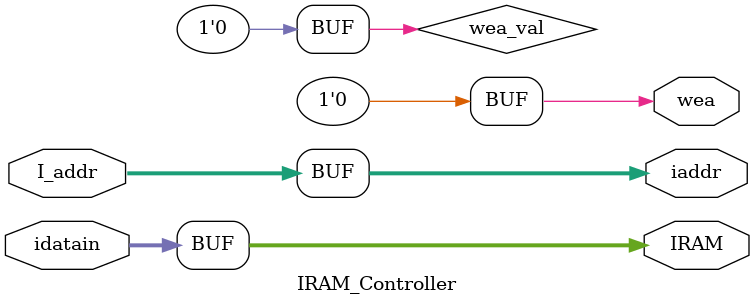
<source format=v>
`timescale 1ns / 1ps
module IRAM_Controller(
		input [7:0] I_addr,
		output [15:0] IRAM,
		
		output wea,
		output [7:0] iaddr,
		input [15:0] idatain
    );
	
	reg wea_val = 0;
	assign wea = wea_val;
	assign iaddr = I_addr;
	assign IRAM = idatain;
endmodule

</source>
